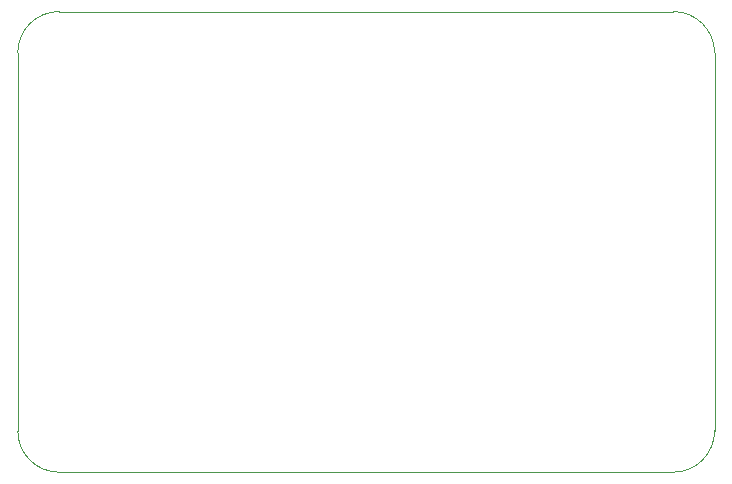
<source format=gbr>
%TF.GenerationSoftware,KiCad,Pcbnew,7.0.7*%
%TF.CreationDate,2024-03-23T19:40:35-05:00*%
%TF.ProjectId,DCDC-FusePCB,44434443-2d46-4757-9365-5043422e6b69,rev?*%
%TF.SameCoordinates,Original*%
%TF.FileFunction,Profile,NP*%
%FSLAX46Y46*%
G04 Gerber Fmt 4.6, Leading zero omitted, Abs format (unit mm)*
G04 Created by KiCad (PCBNEW 7.0.7) date 2024-03-23 19:40:35*
%MOMM*%
%LPD*%
G01*
G04 APERTURE LIST*
%TA.AperFunction,Profile*%
%ADD10C,0.050000*%
%TD*%
G04 APERTURE END LIST*
D10*
X165000000Y-106000000D02*
G75*
G03*
X168500000Y-102500000I0J3500000D01*
G01*
X168500000Y-70500000D02*
G75*
G03*
X165000000Y-67000000I-3500000J0D01*
G01*
X113000000Y-67000000D02*
G75*
G03*
X109500000Y-70500000I0J-3500000D01*
G01*
X109500000Y-102500000D02*
G75*
G03*
X113000000Y-106000000I3500000J0D01*
G01*
X109500000Y-70500000D02*
X109500000Y-102500000D01*
X113000000Y-106000000D02*
X165000000Y-106000000D01*
X168500000Y-102500000D02*
X168500000Y-70500000D01*
X165000000Y-67000000D02*
X113000000Y-67000000D01*
M02*

</source>
